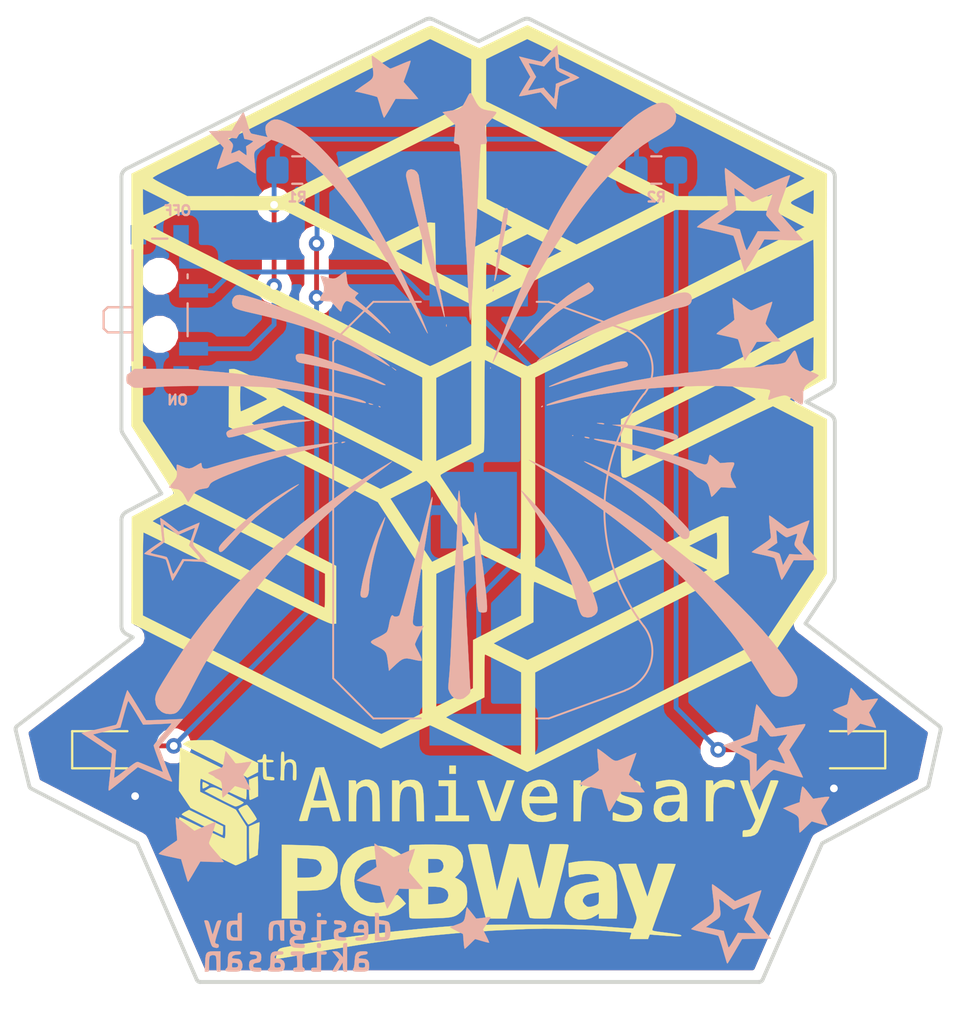
<source format=kicad_pcb>
(kicad_pcb (version 20171130) (host pcbnew 5.0.2+dfsg1-1)
  (layers (0 F.Cu signal) (31 B.Cu signal) (34 B.Paste user) (35 F.Paste user) (36 B.SilkS user) (37 F.SilkS user) (38 B.Mask user) (39 F.Mask user) (44 Edge.Cuts user))
  (net 0 "")
  (net 1 "Net-(D1-Pad2)")
  (net 2 "Net-(R1-Pad2)")
  (net 3 "Net-(D2-Pad2)")
  (net 4 GND)
  (net 5 "Net-(BT1-Pad1)")
  (net 6 "Net-(SW1-Pad3)")
  (module Battery:BatteryHolder_Keystone_3034_1x20mm_MODIFICADA (layer B.Cu) (at 186.6 78.6 270)
    (fp_text reference BT1 hide)
    (fp_text value Battery_Cell)
    (pad 2 smd rect (at 0 0 270) (size 3.96 3.96) (layers B.Cu B.Paste B.Mask) (net 4 GND))
    (pad 1 smd rect (at 11.36 0 270) (size 1.64 5.1) (layers B.Cu B.Paste B.Mask) (net 5 "Net-(BT1-Pad1)"))
    (pad 1 smd rect (at -11.36 0 270) (size 1.64 5.1) (layers B.Cu B.Paste B.Mask) (net 5 "Net-(BT1-Pad1)"))
  )
  (module PCBWay:5thpcbway (layer F.Cu) (at 186.6 78.4)
    (fp_text reference "" (at 0 0) (layer F.SilkS) (effects (font (size 1.27 1.27))))
    (fp_text value "" (at 0 0) (layer F.SilkS) (effects (font (size 1.27 1.27))))
  )
  (module Button_Switch_SMD:SW_SPDT_PCM12 (layer B.Cu) (at 170.4 68 90)
    (fp_text reference SW1 hide)
    (fp_text value SW_Push_SPDT)
    (pad "" np_thru_hole circle (at -1.5 -0.33 90) (size 0.9 0.9) (drill 0.9) (layers *.Cu *.Mask))
    (pad "" np_thru_hole circle (at 1.5 -0.33 90) (size 0.9 0.9) (drill 0.9) (layers *.Cu *.Mask))
    (pad 1 smd rect (at -2.25 1.43 90) (size 0.7 1.5) (layers B.Cu B.Paste B.Mask) (net 2 "Net-(R1-Pad2)"))
    (pad 2 smd rect (at 0.75 1.43 90) (size 0.7 1.5) (layers B.Cu B.Paste B.Mask) (net 5 "Net-(BT1-Pad1)"))
    (pad 3 smd rect (at 2.25 1.43 90) (size 0.7 1.5) (layers B.Cu B.Paste B.Mask) (net 6 "Net-(SW1-Pad3)"))
    (pad "" smd rect (at -3.65 -1.43 90) (size 1 0.8) (layers B.Cu B.Paste B.Mask))
    (pad "" smd rect (at 3.65 -1.43 90) (size 1 0.8) (layers B.Cu B.Paste B.Mask))
    (pad "" smd rect (at 3.65 0.78 90) (size 1 0.8) (layers B.Cu B.Paste B.Mask))
    (pad "" smd rect (at -3.65 0.78 90) (size 1 0.8) (layers B.Cu B.Paste B.Mask))
  )
  (module LED_SMD:LED_0805_2012Metric_Pad1.15x1.40mm_HandSolder (layer F.Cu) (at 205.8 91 180)
    (fp_text reference D2 hide)
    (fp_text value LED)
    (pad 2 smd roundrect (at 1.025 0 180) (size 1.15 1.4) (layers F.Cu F.Paste F.Mask) (roundrect_rratio 0.217391) (net 3 "Net-(D2-Pad2)"))
    (pad 1 smd roundrect (at -1.025 0 180) (size 1.15 1.4) (layers F.Cu F.Paste F.Mask) (roundrect_rratio 0.217391) (net 4 GND))
  )
  (module LED_SMD:LED_0805_2012Metric_Pad1.15x1.40mm_HandSolder (layer F.Cu) (at 167.4 91)
    (fp_text reference D1 hide)
    (fp_text value LED)
    (pad 1 smd roundrect (at -1.025 0) (size 1.15 1.4) (layers F.Cu F.Paste F.Mask) (roundrect_rratio 0.217391) (net 4 GND))
    (pad 2 smd roundrect (at 1.025 0) (size 1.15 1.4) (layers F.Cu F.Paste F.Mask) (roundrect_rratio 0.217391) (net 1 "Net-(D1-Pad2)"))
  )
  (module Resistor_SMD:R_0805_2012Metric_Pad1.15x1.40mm_HandSolder (layer B.Cu) (at 195.8 61)
    (fp_text reference R2 (at 0 1.4) (layer B.SilkS) (effects (font (size 0.5 0.5) (thickness 0.125)) (justify mirror)))
    (fp_text value 470)
    (pad 2 smd roundrect (at 1.025 0) (size 1.15 1.4) (layers B.Cu B.Paste B.Mask) (roundrect_rratio 0.217391) (net 3 "Net-(D2-Pad2)"))
    (pad 1 smd roundrect (at -1.025 0) (size 1.15 1.4) (layers B.Cu B.Paste B.Mask) (roundrect_rratio 0.217391) (net 2 "Net-(R1-Pad2)"))
  )
  (module Resistor_SMD:R_0805_2012Metric_Pad1.15x1.40mm_HandSolder (layer B.Cu) (at 177.2 61 180)
    (fp_text reference R1 (at 0 -1.4 180) (layer B.SilkS) (effects (font (size 0.5 0.5) (thickness 0.125)) (justify mirror)))
    (fp_text value 470)
    (pad 1 smd roundrect (at -1.025 0 180) (size 1.15 1.4) (layers B.Cu B.Paste B.Mask) (roundrect_rratio 0.217391) (net 1 "Net-(D1-Pad2)"))
    (pad 2 smd roundrect (at 1.025 0 180) (size 1.15 1.4) (layers B.Cu B.Paste B.Mask) (roundrect_rratio 0.217391) (net 2 "Net-(R1-Pad2)"))
  )
  (gr_line (start 168.244145 61.00285) (end 168.199307 61.050003) (layer Edge.Cuts) (width 0.2))
  (gr_line (start 168.090918 84.600333) (end 168.095836 84.666375) (layer Edge.Cuts) (width 0.2))
  (gr_line (start 168.090918 79.107197) (end 168.090918 84.600333) (layer Edge.Cuts) (width 0.2))
  (gr_line (start 168.352965 85.020832) (end 168.675194 85.182327) (layer Edge.Cuts) (width 0.2))
  (gr_line (start 168.295841 84.987328) (end 168.352965 85.020832) (layer Edge.Cuts) (width 0.2))
  (gr_line (start 162.616276 89.86866) (end 162.605395 89.925674) (layer Edge.Cuts) (width 0.2))
  (gr_line (start 162.642857 89.817021) (end 162.616276 89.86866) (layer Edge.Cuts) (width 0.2))
  (gr_line (start 162.611491 89.984537) (end 163.319939 92.883839) (layer Edge.Cuts) (width 0.2))
  (gr_line (start 162.605395 89.925674) (end 162.611491 89.984537) (layer Edge.Cuts) (width 0.2))
  (gr_line (start 162.68386 89.774285) (end 162.642857 89.817021) (layer Edge.Cuts) (width 0.2))
  (gr_line (start 168.675194 85.182327) (end 162.68386 89.774285) (layer Edge.Cuts) (width 0.2))
  (gr_line (start 183.834452 53.215343) (end 168.352966 60.928281) (layer Edge.Cuts) (width 0.2))
  (gr_line (start 168.352966 60.928281) (end 168.295532 60.962003) (layer Edge.Cuts) (width 0.2))
  (gr_line (start 183.890018 53.191859) (end 183.834452 53.215343) (layer Edge.Cuts) (width 0.2))
  (gr_line (start 201.307184 102.897309) (end 204.390836 95.840256) (layer Edge.Cuts) (width 0.2))
  (gr_line (start 201.275553 102.947599) (end 201.307184 102.897309) (layer Edge.Cuts) (width 0.2))
  (gr_line (start 188.887262 53.215342) (end 186.595092 54.335146) (layer Edge.Cuts) (width 0.2))
  (gr_line (start 188.93758 53.194019) (end 188.887262 53.215342) (layer Edge.Cuts) (width 0.2))
  (gr_line (start 184.00727 53.166843) (end 183.947857 53.175607) (layer Edge.Cuts) (width 0.2))
  (gr_line (start 183.947857 53.175607) (end 183.890018 53.191859) (layer Edge.Cuts) (width 0.2))
  (gr_line (start 168.109697 84.730159) (end 168.132011 84.79089) (layer Edge.Cuts) (width 0.2))
  (gr_line (start 168.095836 84.666375) (end 168.109697 84.730159) (layer Edge.Cuts) (width 0.2))
  (gr_line (start 163.33499 92.923992) (end 163.357861 92.95968) (layer Edge.Cuts) (width 0.2))
  (gr_line (start 163.319939 92.883839) (end 163.33499 92.923992) (layer Edge.Cuts) (width 0.2))
  (gr_line (start 168.161521 61.102649) (end 168.131286 61.15997) (layer Edge.Cuts) (width 0.2))
  (gr_line (start 168.199307 61.050003) (end 168.161521 61.102649) (layer Edge.Cuts) (width 0.2))
  (gr_line (start 189.202485 53.178788) (end 189.149505 53.16965) (layer Edge.Cuts) (width 0.2))
  (gr_line (start 189.254399 53.194019) (end 189.202485 53.178788) (layer Edge.Cuts) (width 0.2))
  (gr_line (start 168.095681 74.458638) (end 168.110104 74.524455) (layer Edge.Cuts) (width 0.2))
  (gr_line (start 168.090914 74.39107) (end 168.095681 74.458638) (layer Edge.Cuts) (width 0.2))
  (gr_line (start 170.158363 77.736772) (end 168.344585 78.689748) (layer Edge.Cuts) (width 0.2))
  (gr_line (start 168.16633 74.647026) (end 170.158363 77.736772) (layer Edge.Cuts) (width 0.2))
  (gr_line (start 204.802954 72.306864) (end 204.856626 72.272511) (layer Edge.Cuts) (width 0.2))
  (gr_line (start 203.568124 72.991697) (end 204.802954 72.306864) (layer Edge.Cuts) (width 0.2))
  (gr_line (start 163.387671 92.989829) (end 163.423538 93.013308) (layer Edge.Cuts) (width 0.2))
  (gr_line (start 163.357861 92.95968) (end 163.387671 92.989829) (layer Edge.Cuts) (width 0.2))
  (gr_line (start 201.231636 102.985939) (end 201.275553 102.947599) (layer Edge.Cuts) (width 0.2))
  (gr_line (start 201.178655 103.010237) (end 201.231636 102.985939) (layer Edge.Cuts) (width 0.2))
  (gr_line (start 210.533353 89.920803) (end 210.521301 89.865431) (layer Edge.Cuts) (width 0.2))
  (gr_line (start 210.52918 89.978426) (end 210.533353 89.920803) (layer Edge.Cuts) (width 0.2))
  (gr_line (start 168.130232 78.9194) (end 168.108746 78.979357) (layer Edge.Cuts) (width 0.2))
  (gr_line (start 168.159473 78.863102) (end 168.130232 78.9194) (layer Edge.Cuts) (width 0.2))
  (gr_line (start 204.794576 73.639965) (end 203.568124 72.991697) (layer Edge.Cuts) (width 0.2))
  (gr_line (start 204.850101 73.674006) (end 204.794576 73.639965) (layer Edge.Cuts) (width 0.2))
  (gr_line (start 189.095991 53.166608) (end 189.042477 53.16965) (layer Edge.Cuts) (width 0.2))
  (gr_line (start 189.149505 53.16965) (end 189.095991 53.166608) (layer Edge.Cuts) (width 0.2))
  (gr_line (start 204.842873 60.962002) (end 204.785438 60.92828) (layer Edge.Cuts) (width 0.2))
  (gr_line (start 204.894259 61.002848) (end 204.842873 60.962002) (layer Edge.Cuts) (width 0.2))
  (gr_line (start 201.119807 103.018428) (end 201.178655 103.010237) (layer Edge.Cuts) (width 0.2))
  (gr_line (start 172.176293 103.018428) (end 201.119807 103.018428) (layer Edge.Cuts) (width 0.2))
  (gr_line (start 168.908294 95.840244) (end 171.991946 102.897297) (layer Edge.Cuts) (width 0.2))
  (gr_line (start 163.423538 93.013308) (end 168.908294 95.840244) (layer Edge.Cuts) (width 0.2))
  (gr_line (start 168.295532 60.962003) (end 168.244145 61.00285) (layer Edge.Cuts) (width 0.2))
  (gr_line (start 184.067533 53.165827) (end 184.067554 53.165829) (layer Edge.Cuts) (width 0.2))
  (gr_line (start 184.160487 53.179969) (end 184.067533 53.165827) (layer Edge.Cuts) (width 0.2))
  (gr_line (start 204.981415 72.134204) (end 205.009536 72.078781) (layer Edge.Cuts) (width 0.2))
  (gr_line (start 204.946274 72.185453) (end 204.981415 72.134204) (layer Edge.Cuts) (width 0.2))
  (gr_line (start 168.289025 78.723786) (end 168.239339 78.764533) (layer Edge.Cuts) (width 0.2))
  (gr_line (start 168.344585 78.689748) (end 168.289025 78.723786) (layer Edge.Cuts) (width 0.2))
  (gr_line (start 168.162277 84.84777) (end 168.2 84.9) (layer Edge.Cuts) (width 0.2))
  (gr_line (start 168.132011 84.79089) (end 168.162277 84.84777) (layer Edge.Cuts) (width 0.2))
  (gr_line (start 205.030207 72.01991) (end 205.043 71.958322) (layer Edge.Cuts) (width 0.2))
  (gr_line (start 205.009536 72.078781) (end 205.030207 72.01991) (layer Edge.Cuts) (width 0.2))
  (gr_line (start 204.904537 72.231798) (end 204.946274 72.185453) (layer Edge.Cuts) (width 0.2))
  (gr_line (start 204.856626 72.272511) (end 204.904537 72.231798) (layer Edge.Cuts) (width 0.2))
  (gr_line (start 204.979309 73.813323) (end 204.942919 73.761447) (layer Edge.Cuts) (width 0.2))
  (gr_line (start 205.008405 73.86962) (end 204.979309 73.813323) (layer Edge.Cuts) (width 0.2))
  (gr_line (start 209.797891 92.972948) (end 209.834514 92.94826) (layer Edge.Cuts) (width 0.2))
  (gr_line (start 204.390836 95.840256) (end 209.797891 92.972948) (layer Edge.Cuts) (width 0.2))
  (gr_line (start 205.042181 82.116317) (end 205.047486 82.046859) (layer Edge.Cuts) (width 0.2))
  (gr_line (start 205.026931 82.183873) (end 205.042181 82.116317) (layer Edge.Cuts) (width 0.2))
  (gr_line (start 184.248835 53.212295) (end 184.160487 53.179969) (layer Edge.Cuts) (width 0.2))
  (gr_line (start 186.595092 54.335146) (end 184.248835 53.212295) (layer Edge.Cuts) (width 0.2))
  (gr_line (start 168.195999 78.811226) (end 168.159473 78.863102) (layer Edge.Cuts) (width 0.2))
  (gr_line (start 168.239339 78.764533) (end 168.195999 78.811226) (layer Edge.Cuts) (width 0.2))
  (gr_line (start 209.901482 92.837355) (end 210.52918 89.978426) (layer Edge.Cuts) (width 0.2))
  (gr_line (start 209.887246 92.879186) (end 209.901482 92.837355) (layer Edge.Cuts) (width 0.2))
  (gr_line (start 209.864624 92.916589) (end 209.887246 92.879186) (layer Edge.Cuts) (width 0.2))
  (gr_line (start 209.834514 92.94826) (end 209.864624 92.916589) (layer Edge.Cuts) (width 0.2))
  (gr_line (start 168.090914 61.351824) (end 168.090914 74.39107) (layer Edge.Cuts) (width 0.2))
  (gr_line (start 168.095482 61.285373) (end 168.090914 61.351824) (layer Edge.Cuts) (width 0.2))
  (gr_line (start 172.118307 103.009613) (end 172.176293 103.018428) (layer Edge.Cuts) (width 0.2))
  (gr_line (start 172.066225 102.98512) (end 172.118307 103.009613) (layer Edge.Cuts) (width 0.2))
  (gr_line (start 210.494351 89.815515) (end 210.453768 89.77427) (layer Edge.Cuts) (width 0.2))
  (gr_line (start 210.521301 89.865431) (end 210.494351 89.815515) (layer Edge.Cuts) (width 0.2))
  (gr_line (start 205.029778 73.929576) (end 205.008405 73.86962) (layer Edge.Cuts) (width 0.2))
  (gr_line (start 205.042961 73.992429) (end 205.029778 73.929576) (layer Edge.Cuts) (width 0.2))
  (gr_line (start 203.528505 84.466246) (end 204.967491 82.308909) (layer Edge.Cuts) (width 0.2))
  (gr_line (start 210.453768 89.77427) (end 203.528505 84.466246) (layer Edge.Cuts) (width 0.2))
  (gr_line (start 172.023089 102.947014) (end 172.066225 102.98512) (layer Edge.Cuts) (width 0.2))
  (gr_line (start 171.991946 102.897297) (end 172.023089 102.947014) (layer Edge.Cuts) (width 0.2))
  (gr_line (start 168.095485 79.042209) (end 168.090918 79.107197) (layer Edge.Cuts) (width 0.2))
  (gr_line (start 168.108746 78.979357) (end 168.095485 79.042209) (layer Edge.Cuts) (width 0.2))
  (gr_line (start 205.001969 82.248435) (end 205.026931 82.183873) (layer Edge.Cuts) (width 0.2))
  (gr_line (start 204.967491 82.308909) (end 205.001969 82.248435) (layer Edge.Cuts) (width 0.2))
  (gr_line (start 204.8997 73.714754) (end 204.850101 73.674006) (layer Edge.Cuts) (width 0.2))
  (gr_line (start 204.942919 73.761447) (end 204.8997 73.714754) (layer Edge.Cuts) (width 0.2))
  (gr_line (start 205.047486 74.057417) (end 205.042961 73.992429) (layer Edge.Cuts) (width 0.2))
  (gr_line (start 205.047486 82.046859) (end 205.047486 74.057417) (layer Edge.Cuts) (width 0.2))
  (gr_line (start 205.042922 61.285372) (end 205.02931 61.221148) (layer Edge.Cuts) (width 0.2))
  (gr_line (start 205.047486 61.351824) (end 205.042922 61.285372) (layer Edge.Cuts) (width 0.2))
  (gr_line (start 184.067554 53.165829) (end 184.00727 53.166843) (layer Edge.Cuts) (width 0.2))
  (gr_line (start 168.133786 74.587568) (end 168.16633 74.647026) (layer Edge.Cuts) (width 0.2))
  (gr_line (start 168.110104 74.524455) (end 168.133786 74.587568) (layer Edge.Cuts) (width 0.2))
  (gr_line (start 205.007118 61.159968) (end 204.976891 61.102647) (layer Edge.Cuts) (width 0.2))
  (gr_line (start 205.02931 61.221148) (end 205.007118 61.159968) (layer Edge.Cuts) (width 0.2))
  (gr_line (start 204.939097 61.050002) (end 204.894259 61.002848) (layer Edge.Cuts) (width 0.2))
  (gr_line (start 204.976891 61.102647) (end 204.939097 61.050002) (layer Edge.Cuts) (width 0.2))
  (gr_line (start 188.989495 53.178788) (end 188.93758 53.194019) (layer Edge.Cuts) (width 0.2))
  (gr_line (start 189.042477 53.16965) (end 188.989495 53.178788) (layer Edge.Cuts) (width 0.2))
  (gr_line (start 189.304714 53.215342) (end 189.254399 53.194019) (layer Edge.Cuts) (width 0.2))
  (gr_line (start 204.785438 60.92828) (end 189.304714 53.215342) (layer Edge.Cuts) (width 0.2))
  (gr_line (start 168.109105 61.22115) (end 168.095482 61.285373) (layer Edge.Cuts) (width 0.2))
  (gr_line (start 168.131286 61.15997) (end 168.109105 61.22115) (layer Edge.Cuts) (width 0.2))
  (gr_line (start 205.047486 71.894744) (end 205.047486 61.351824) (layer Edge.Cuts) (width 0.2))
  (gr_line (start 205.043 71.958322) (end 205.047486 71.894744) (layer Edge.Cuts) (width 0.2))
  (gr_line (start 168.244688 84.946786) (end 168.295841 84.987328) (layer Edge.Cuts) (width 0.2))
  (gr_line (start 168.2 84.9) (end 168.244688 84.946786) (layer Edge.Cuts) (width 0.2))
  (gr_text OFF (at 171 63.1) (layer B.SilkS) (effects (font (size 0.5 0.5) (thickness 0.125)) (justify mirror)))
  (gr_text ON (at 171 72.9) (layer B.SilkS) (effects (font (size 0.5 0.5) (thickness 0.125)) (justify mirror)))
  (via (at 170.8 90.8) (size 0.8) (drill 0.4) (layers F.Cu B.Cu) (net 1))
  (segment (start 168.625 90.8) (end 168.425 91) (width 0.25) (layer F.Cu) (net 1))
  (segment (start 170.8 90.8) (end 168.625 90.8) (width 0.25) (layer F.Cu) (net 1))
  (segment (start 178.225 61) (end 178.225 64.775) (width 0.25) (layer B.Cu) (net 1))
  (via (at 178.2 64.8) (size 0.8) (drill 0.4) (layers F.Cu B.Cu) (net 1))
  (segment (start 178.225 64.775) (end 178.2 64.8) (width 0.25) (layer B.Cu) (net 1))
  (via (at 178.2 67.59999) (size 0.8) (drill 0.4) (layers F.Cu B.Cu) (net 1))
  (segment (start 178.2 83.4) (end 178.2 68.165675) (width 0.25) (layer B.Cu) (net 1))
  (segment (start 178.2 64.8) (end 178.2 67.59999) (width 0.25) (layer F.Cu) (net 1))
  (segment (start 178.2 68.165675) (end 178.2 67.59999) (width 0.25) (layer B.Cu) (net 1))
  (segment (start 170.8 90.8) (end 178.2 83.4) (width 0.25) (layer B.Cu) (net 1))
  (via (at 176 62.8) (size 0.8) (drill 0.4) (layers F.Cu B.Cu) (net 2))
  (segment (start 176 61.175) (end 176.175 61) (width 0.25) (layer B.Cu) (net 2))
  (segment (start 176 62.8) (end 176 61.175) (width 0.25) (layer B.Cu) (net 2))
  (segment (start 176.175 59.825) (end 176.175 61) (width 0.25) (layer B.Cu) (net 2))
  (segment (start 176.6 59.4) (end 176.175 59.825) (width 0.25) (layer B.Cu) (net 2))
  (segment (start 194.4 59.4) (end 176.6 59.4) (width 0.25) (layer B.Cu) (net 2))
  (segment (start 194.775 61) (end 194.775 59.775) (width 0.25) (layer B.Cu) (net 2))
  (segment (start 194.775 59.775) (end 194.4 59.4) (width 0.25) (layer B.Cu) (net 2))
  (segment (start 176 69) (end 176 67) (width 0.25) (layer B.Cu) (net 2))
  (segment (start 176 69) (end 174.75 70.25) (width 0.25) (layer B.Cu) (net 2))
  (segment (start 176 67) (end 176 62.8) (width 0.25) (layer F.Cu) (net 2))
  (via (at 176 67) (size 0.8) (drill 0.4) (layers F.Cu B.Cu) (net 2))
  (segment (start 174.75 70.25) (end 171.83 70.25) (width 0.25) (layer B.Cu) (net 2))
  (via (at 199 91) (size 0.8) (drill 0.4) (layers F.Cu B.Cu) (net 3))
  (segment (start 204.775 91) (end 199 91) (width 0.25) (layer F.Cu) (net 3))
  (segment (start 196.825 61) (end 196.825 88.825) (width 0.25) (layer B.Cu) (net 3))
  (segment (start 198.600001 90.600001) (end 199 91) (width 0.25) (layer B.Cu) (net 3))
  (segment (start 196.825 88.825) (end 198.600001 90.600001) (width 0.25) (layer B.Cu) (net 3))
  (via (at 205 92.999998) (size 0.8) (drill 0.4) (layers F.Cu B.Cu) (net 4))
  (segment (start 179.2 89.8) (end 182.399998 92.999998) (width 0.25) (layer B.Cu) (net 4))
  (segment (start 182.399998 92.999998) (end 204.434315 92.999998) (width 0.25) (layer B.Cu) (net 4))
  (segment (start 204.434315 92.999998) (end 205 92.999998) (width 0.25) (layer B.Cu) (net 4))
  (segment (start 186.6 78.6) (end 186.6 80.83) (width 0.25) (layer B.Cu) (net 4))
  (segment (start 179.2 88.23) (end 179.2 89.8) (width 0.25) (layer B.Cu) (net 4))
  (segment (start 186.6 80.83) (end 179.2 88.23) (width 0.25) (layer B.Cu) (net 4))
  (segment (start 206.000002 92.999998) (end 205 92.999998) (width 0.25) (layer F.Cu) (net 4))
  (segment (start 206.825 91) (end 206.825 92.175) (width 0.25) (layer F.Cu) (net 4))
  (segment (start 206.825 92.175) (end 206.000002 92.999998) (width 0.25) (layer F.Cu) (net 4))
  (segment (start 175 93.4) (end 169.365685 93.4) (width 0.25) (layer B.Cu) (net 4))
  (segment (start 169.365685 93.4) (end 168.8 93.4) (width 0.25) (layer B.Cu) (net 4))
  (segment (start 186.6 81.8) (end 175 93.4) (width 0.25) (layer B.Cu) (net 4))
  (via (at 168.8 93.4) (size 0.8) (drill 0.4) (layers F.Cu B.Cu) (net 4))
  (segment (start 186.6 78.6) (end 186.6 81.8) (width 0.25) (layer B.Cu) (net 4))
  (segment (start 167.2 93.4) (end 168.8 93.4) (width 0.25) (layer F.Cu) (net 4))
  (segment (start 166.375 91) (end 166.375 92.575) (width 0.25) (layer F.Cu) (net 4))
  (segment (start 166.375 92.575) (end 167.2 93.4) (width 0.25) (layer F.Cu) (net 4))
  (segment (start 171.83 67.25) (end 172.23 67.25) (width 0.25) (layer B.Cu) (net 5))
  (segment (start 182.469999 66.274999) (end 183.81 67.615) (width 0.25) (layer B.Cu) (net 5))
  (segment (start 173.805001 66.274999) (end 182.469999 66.274999) (width 0.25) (layer B.Cu) (net 5))
  (segment (start 171.83 67.25) (end 172.83 67.25) (width 0.25) (layer B.Cu) (net 5))
  (segment (start 172.83 67.25) (end 173.805001 66.274999) (width 0.25) (layer B.Cu) (net 5))
  (segment (start 186.23 67.615) (end 186.6 67.245) (width 0.25) (layer B.Cu) (net 5))
  (segment (start 183.81 67.615) (end 186.23 67.615) (width 0.25) (layer B.Cu) (net 5))
  (segment (start 186.6 68.5) (end 186.6 67.245) (width 0.25) (layer B.Cu) (net 5))
  (segment (start 189.39 71.29) (end 186.6 68.5) (width 0.25) (layer B.Cu) (net 5))
  (segment (start 189.39 80.355002) (end 189.39 71.29) (width 0.25) (layer B.Cu) (net 5))
  (segment (start 186.6 83.145002) (end 189.39 80.355002) (width 0.25) (layer B.Cu) (net 5))
  (segment (start 186.6 83.145002) (end 186.6 89.955) (width 0.25) (layer B.Cu) (net 5))
  (zone (net 4) (net_name GND) (layer B.Cu) (connect_pads (clearance 0.508)) (min_thickness 0.254) (fill yes (arc_segments 16) (thermal_gap 0.508) (thermal_bridge_width 0.508))
    (polygon (pts (xy 161.8 52.2) (xy 211.6 52.2) (xy 211.6 105) (xy 161.8 105)))
  )
  (zone (net 4) (net_name GND) (layer F.Cu) (connect_pads (clearance 0.508)) (min_thickness 0.254) (fill yes (arc_segments 16) (thermal_gap 0.508) (thermal_bridge_width 0.508))
    (polygon (pts (xy 161.8 52.2) (xy 211.4 52.2) (xy 211.4 105.2) (xy 162 105.2)))
  )
)
</source>
